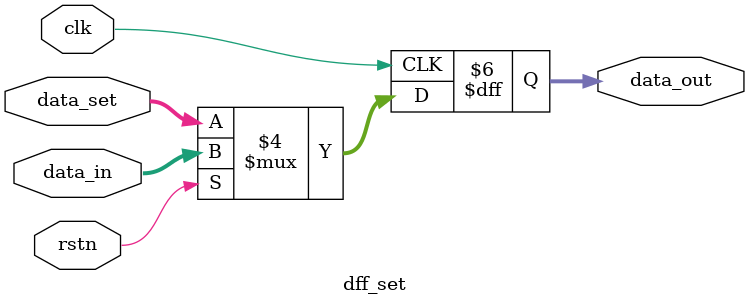
<source format=v>
/* 

dff_set u_dff_set # (32)
(
	.clk(),
	.rstn(),
	.data_in(),
	.data_set(),
	.data_out()
)

*/
////////////////////////////////////////////////

module dff_set #
(
	parameter DATA_WIDTH = 32
)
(
	input clk,
	input rstn,

	input [DATA_WIDTH-1:0] data_in,
	input [DATA_WIDTH-1:0] data_set,
	output reg [DATA_WIDTH-1:0] data_out
);
	// reg [DATA_WIDTH-1:0] data_out_reg;

	always @(posedge clk)
	  begin
		if (!rstn)
			data_out <= data_set;
		else
			data_out <= data_in;
	  end
	
	// assign data_out = data_out_reg;

endmodule

</source>
